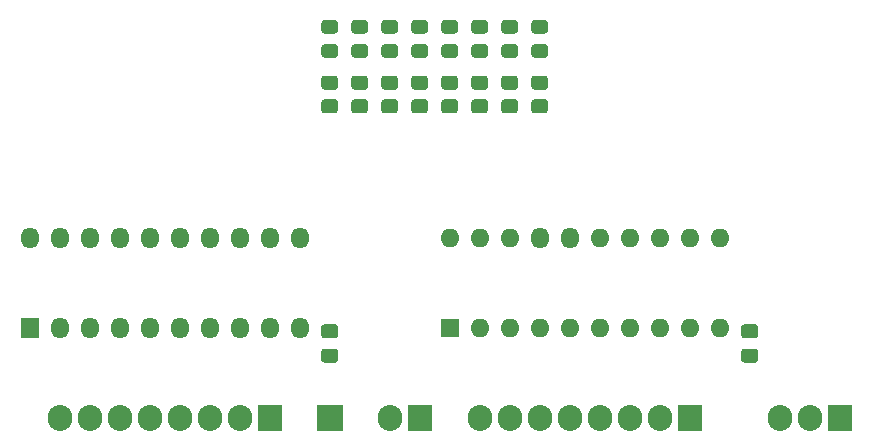
<source format=gbr>
%TF.GenerationSoftware,KiCad,Pcbnew,(5.1.8)-1*%
%TF.CreationDate,2024-03-21T22:44:30+03:00*%
%TF.ProjectId,Reg,5265672e-6b69-4636-9164-5f7063625858,rev?*%
%TF.SameCoordinates,Original*%
%TF.FileFunction,Soldermask,Top*%
%TF.FilePolarity,Negative*%
%FSLAX46Y46*%
G04 Gerber Fmt 4.6, Leading zero omitted, Abs format (unit mm)*
G04 Created by KiCad (PCBNEW (5.1.8)-1) date 2024-03-21 22:44:30*
%MOMM*%
%LPD*%
G01*
G04 APERTURE LIST*
%ADD10R,2.200000X2.200000*%
%ADD11O,1.500000X1.800000*%
%ADD12R,1.500000X1.800000*%
%ADD13O,1.600000X1.600000*%
%ADD14R,1.600000X1.600000*%
%ADD15R,2.100000X2.200000*%
%ADD16O,2.100000X2.200000*%
G04 APERTURE END LIST*
D10*
%TO.C,J5*%
X76200000Y-53340000D03*
%TD*%
D11*
%TO.C,U1*%
X50800000Y-38100000D03*
X73660000Y-45720000D03*
X53340000Y-38100000D03*
X71120000Y-45720000D03*
X55880000Y-38100000D03*
X68580000Y-45720000D03*
X58420000Y-38100000D03*
X66040000Y-45720000D03*
X60960000Y-38100000D03*
X63500000Y-45720000D03*
X63500000Y-38100000D03*
X60960000Y-45720000D03*
X66040000Y-38100000D03*
X58420000Y-45720000D03*
X68580000Y-38100000D03*
X55880000Y-45720000D03*
X71120000Y-38100000D03*
X53340000Y-45720000D03*
X73660000Y-38100000D03*
D12*
X50800000Y-45720000D03*
%TD*%
D13*
%TO.C,U2*%
X86360000Y-38100000D03*
X109220000Y-45720000D03*
X88900000Y-38100000D03*
X106680000Y-45720000D03*
X91440000Y-38100000D03*
X104140000Y-45720000D03*
D11*
X93980000Y-38100000D03*
D13*
X101600000Y-45720000D03*
D11*
X96520000Y-38100000D03*
D13*
X99060000Y-45720000D03*
X99060000Y-38100000D03*
X96520000Y-45720000D03*
X101600000Y-38100000D03*
X93980000Y-45720000D03*
X104140000Y-38100000D03*
X91440000Y-45720000D03*
X106680000Y-38100000D03*
X88900000Y-45720000D03*
X109220000Y-38100000D03*
D14*
X86360000Y-45720000D03*
%TD*%
%TO.C,C2*%
G36*
G01*
X112235000Y-46540000D02*
X111285000Y-46540000D01*
G75*
G02*
X111035000Y-46290000I0J250000D01*
G01*
X111035000Y-45615000D01*
G75*
G02*
X111285000Y-45365000I250000J0D01*
G01*
X112235000Y-45365000D01*
G75*
G02*
X112485000Y-45615000I0J-250000D01*
G01*
X112485000Y-46290000D01*
G75*
G02*
X112235000Y-46540000I-250000J0D01*
G01*
G37*
G36*
G01*
X112235000Y-48615000D02*
X111285000Y-48615000D01*
G75*
G02*
X111035000Y-48365000I0J250000D01*
G01*
X111035000Y-47690000D01*
G75*
G02*
X111285000Y-47440000I250000J0D01*
G01*
X112235000Y-47440000D01*
G75*
G02*
X112485000Y-47690000I0J-250000D01*
G01*
X112485000Y-48365000D01*
G75*
G02*
X112235000Y-48615000I-250000J0D01*
G01*
G37*
%TD*%
%TO.C,R9*%
G36*
G01*
X76650001Y-25508000D02*
X75749999Y-25508000D01*
G75*
G02*
X75500000Y-25258001I0J249999D01*
G01*
X75500000Y-24557999D01*
G75*
G02*
X75749999Y-24308000I249999J0D01*
G01*
X76650001Y-24308000D01*
G75*
G02*
X76900000Y-24557999I0J-249999D01*
G01*
X76900000Y-25258001D01*
G75*
G02*
X76650001Y-25508000I-249999J0D01*
G01*
G37*
G36*
G01*
X76650001Y-27508000D02*
X75749999Y-27508000D01*
G75*
G02*
X75500000Y-27258001I0J249999D01*
G01*
X75500000Y-26557999D01*
G75*
G02*
X75749999Y-26308000I249999J0D01*
G01*
X76650001Y-26308000D01*
G75*
G02*
X76900000Y-26557999I0J-249999D01*
G01*
X76900000Y-27258001D01*
G75*
G02*
X76650001Y-27508000I-249999J0D01*
G01*
G37*
%TD*%
%TO.C,R8*%
G36*
G01*
X79190001Y-25508000D02*
X78289999Y-25508000D01*
G75*
G02*
X78040000Y-25258001I0J249999D01*
G01*
X78040000Y-24557999D01*
G75*
G02*
X78289999Y-24308000I249999J0D01*
G01*
X79190001Y-24308000D01*
G75*
G02*
X79440000Y-24557999I0J-249999D01*
G01*
X79440000Y-25258001D01*
G75*
G02*
X79190001Y-25508000I-249999J0D01*
G01*
G37*
G36*
G01*
X79190001Y-27508000D02*
X78289999Y-27508000D01*
G75*
G02*
X78040000Y-27258001I0J249999D01*
G01*
X78040000Y-26557999D01*
G75*
G02*
X78289999Y-26308000I249999J0D01*
G01*
X79190001Y-26308000D01*
G75*
G02*
X79440000Y-26557999I0J-249999D01*
G01*
X79440000Y-27258001D01*
G75*
G02*
X79190001Y-27508000I-249999J0D01*
G01*
G37*
%TD*%
%TO.C,R7*%
G36*
G01*
X81730001Y-25508000D02*
X80829999Y-25508000D01*
G75*
G02*
X80580000Y-25258001I0J249999D01*
G01*
X80580000Y-24557999D01*
G75*
G02*
X80829999Y-24308000I249999J0D01*
G01*
X81730001Y-24308000D01*
G75*
G02*
X81980000Y-24557999I0J-249999D01*
G01*
X81980000Y-25258001D01*
G75*
G02*
X81730001Y-25508000I-249999J0D01*
G01*
G37*
G36*
G01*
X81730001Y-27508000D02*
X80829999Y-27508000D01*
G75*
G02*
X80580000Y-27258001I0J249999D01*
G01*
X80580000Y-26557999D01*
G75*
G02*
X80829999Y-26308000I249999J0D01*
G01*
X81730001Y-26308000D01*
G75*
G02*
X81980000Y-26557999I0J-249999D01*
G01*
X81980000Y-27258001D01*
G75*
G02*
X81730001Y-27508000I-249999J0D01*
G01*
G37*
%TD*%
%TO.C,R6*%
G36*
G01*
X84270001Y-25508000D02*
X83369999Y-25508000D01*
G75*
G02*
X83120000Y-25258001I0J249999D01*
G01*
X83120000Y-24557999D01*
G75*
G02*
X83369999Y-24308000I249999J0D01*
G01*
X84270001Y-24308000D01*
G75*
G02*
X84520000Y-24557999I0J-249999D01*
G01*
X84520000Y-25258001D01*
G75*
G02*
X84270001Y-25508000I-249999J0D01*
G01*
G37*
G36*
G01*
X84270001Y-27508000D02*
X83369999Y-27508000D01*
G75*
G02*
X83120000Y-27258001I0J249999D01*
G01*
X83120000Y-26557999D01*
G75*
G02*
X83369999Y-26308000I249999J0D01*
G01*
X84270001Y-26308000D01*
G75*
G02*
X84520000Y-26557999I0J-249999D01*
G01*
X84520000Y-27258001D01*
G75*
G02*
X84270001Y-27508000I-249999J0D01*
G01*
G37*
%TD*%
%TO.C,R5*%
G36*
G01*
X86810001Y-25508000D02*
X85909999Y-25508000D01*
G75*
G02*
X85660000Y-25258001I0J249999D01*
G01*
X85660000Y-24557999D01*
G75*
G02*
X85909999Y-24308000I249999J0D01*
G01*
X86810001Y-24308000D01*
G75*
G02*
X87060000Y-24557999I0J-249999D01*
G01*
X87060000Y-25258001D01*
G75*
G02*
X86810001Y-25508000I-249999J0D01*
G01*
G37*
G36*
G01*
X86810001Y-27508000D02*
X85909999Y-27508000D01*
G75*
G02*
X85660000Y-27258001I0J249999D01*
G01*
X85660000Y-26557999D01*
G75*
G02*
X85909999Y-26308000I249999J0D01*
G01*
X86810001Y-26308000D01*
G75*
G02*
X87060000Y-26557999I0J-249999D01*
G01*
X87060000Y-27258001D01*
G75*
G02*
X86810001Y-27508000I-249999J0D01*
G01*
G37*
%TD*%
%TO.C,R4*%
G36*
G01*
X89350001Y-25508000D02*
X88449999Y-25508000D01*
G75*
G02*
X88200000Y-25258001I0J249999D01*
G01*
X88200000Y-24557999D01*
G75*
G02*
X88449999Y-24308000I249999J0D01*
G01*
X89350001Y-24308000D01*
G75*
G02*
X89600000Y-24557999I0J-249999D01*
G01*
X89600000Y-25258001D01*
G75*
G02*
X89350001Y-25508000I-249999J0D01*
G01*
G37*
G36*
G01*
X89350001Y-27508000D02*
X88449999Y-27508000D01*
G75*
G02*
X88200000Y-27258001I0J249999D01*
G01*
X88200000Y-26557999D01*
G75*
G02*
X88449999Y-26308000I249999J0D01*
G01*
X89350001Y-26308000D01*
G75*
G02*
X89600000Y-26557999I0J-249999D01*
G01*
X89600000Y-27258001D01*
G75*
G02*
X89350001Y-27508000I-249999J0D01*
G01*
G37*
%TD*%
%TO.C,R3*%
G36*
G01*
X91890001Y-25508000D02*
X90989999Y-25508000D01*
G75*
G02*
X90740000Y-25258001I0J249999D01*
G01*
X90740000Y-24557999D01*
G75*
G02*
X90989999Y-24308000I249999J0D01*
G01*
X91890001Y-24308000D01*
G75*
G02*
X92140000Y-24557999I0J-249999D01*
G01*
X92140000Y-25258001D01*
G75*
G02*
X91890001Y-25508000I-249999J0D01*
G01*
G37*
G36*
G01*
X91890001Y-27508000D02*
X90989999Y-27508000D01*
G75*
G02*
X90740000Y-27258001I0J249999D01*
G01*
X90740000Y-26557999D01*
G75*
G02*
X90989999Y-26308000I249999J0D01*
G01*
X91890001Y-26308000D01*
G75*
G02*
X92140000Y-26557999I0J-249999D01*
G01*
X92140000Y-27258001D01*
G75*
G02*
X91890001Y-27508000I-249999J0D01*
G01*
G37*
%TD*%
%TO.C,R2*%
G36*
G01*
X94430001Y-25508000D02*
X93529999Y-25508000D01*
G75*
G02*
X93280000Y-25258001I0J249999D01*
G01*
X93280000Y-24557999D01*
G75*
G02*
X93529999Y-24308000I249999J0D01*
G01*
X94430001Y-24308000D01*
G75*
G02*
X94680000Y-24557999I0J-249999D01*
G01*
X94680000Y-25258001D01*
G75*
G02*
X94430001Y-25508000I-249999J0D01*
G01*
G37*
G36*
G01*
X94430001Y-27508000D02*
X93529999Y-27508000D01*
G75*
G02*
X93280000Y-27258001I0J249999D01*
G01*
X93280000Y-26557999D01*
G75*
G02*
X93529999Y-26308000I249999J0D01*
G01*
X94430001Y-26308000D01*
G75*
G02*
X94680000Y-26557999I0J-249999D01*
G01*
X94680000Y-27258001D01*
G75*
G02*
X94430001Y-27508000I-249999J0D01*
G01*
G37*
%TD*%
%TO.C,D8*%
G36*
G01*
X75749999Y-21650000D02*
X76650001Y-21650000D01*
G75*
G02*
X76900000Y-21899999I0J-249999D01*
G01*
X76900000Y-22550001D01*
G75*
G02*
X76650001Y-22800000I-249999J0D01*
G01*
X75749999Y-22800000D01*
G75*
G02*
X75500000Y-22550001I0J249999D01*
G01*
X75500000Y-21899999D01*
G75*
G02*
X75749999Y-21650000I249999J0D01*
G01*
G37*
G36*
G01*
X75749999Y-19600000D02*
X76650001Y-19600000D01*
G75*
G02*
X76900000Y-19849999I0J-249999D01*
G01*
X76900000Y-20500001D01*
G75*
G02*
X76650001Y-20750000I-249999J0D01*
G01*
X75749999Y-20750000D01*
G75*
G02*
X75500000Y-20500001I0J249999D01*
G01*
X75500000Y-19849999D01*
G75*
G02*
X75749999Y-19600000I249999J0D01*
G01*
G37*
%TD*%
%TO.C,D7*%
G36*
G01*
X78289999Y-21650000D02*
X79190001Y-21650000D01*
G75*
G02*
X79440000Y-21899999I0J-249999D01*
G01*
X79440000Y-22550001D01*
G75*
G02*
X79190001Y-22800000I-249999J0D01*
G01*
X78289999Y-22800000D01*
G75*
G02*
X78040000Y-22550001I0J249999D01*
G01*
X78040000Y-21899999D01*
G75*
G02*
X78289999Y-21650000I249999J0D01*
G01*
G37*
G36*
G01*
X78289999Y-19600000D02*
X79190001Y-19600000D01*
G75*
G02*
X79440000Y-19849999I0J-249999D01*
G01*
X79440000Y-20500001D01*
G75*
G02*
X79190001Y-20750000I-249999J0D01*
G01*
X78289999Y-20750000D01*
G75*
G02*
X78040000Y-20500001I0J249999D01*
G01*
X78040000Y-19849999D01*
G75*
G02*
X78289999Y-19600000I249999J0D01*
G01*
G37*
%TD*%
%TO.C,D6*%
G36*
G01*
X80829999Y-21650000D02*
X81730001Y-21650000D01*
G75*
G02*
X81980000Y-21899999I0J-249999D01*
G01*
X81980000Y-22550001D01*
G75*
G02*
X81730001Y-22800000I-249999J0D01*
G01*
X80829999Y-22800000D01*
G75*
G02*
X80580000Y-22550001I0J249999D01*
G01*
X80580000Y-21899999D01*
G75*
G02*
X80829999Y-21650000I249999J0D01*
G01*
G37*
G36*
G01*
X80829999Y-19600000D02*
X81730001Y-19600000D01*
G75*
G02*
X81980000Y-19849999I0J-249999D01*
G01*
X81980000Y-20500001D01*
G75*
G02*
X81730001Y-20750000I-249999J0D01*
G01*
X80829999Y-20750000D01*
G75*
G02*
X80580000Y-20500001I0J249999D01*
G01*
X80580000Y-19849999D01*
G75*
G02*
X80829999Y-19600000I249999J0D01*
G01*
G37*
%TD*%
%TO.C,D5*%
G36*
G01*
X83369999Y-21650000D02*
X84270001Y-21650000D01*
G75*
G02*
X84520000Y-21899999I0J-249999D01*
G01*
X84520000Y-22550001D01*
G75*
G02*
X84270001Y-22800000I-249999J0D01*
G01*
X83369999Y-22800000D01*
G75*
G02*
X83120000Y-22550001I0J249999D01*
G01*
X83120000Y-21899999D01*
G75*
G02*
X83369999Y-21650000I249999J0D01*
G01*
G37*
G36*
G01*
X83369999Y-19600000D02*
X84270001Y-19600000D01*
G75*
G02*
X84520000Y-19849999I0J-249999D01*
G01*
X84520000Y-20500001D01*
G75*
G02*
X84270001Y-20750000I-249999J0D01*
G01*
X83369999Y-20750000D01*
G75*
G02*
X83120000Y-20500001I0J249999D01*
G01*
X83120000Y-19849999D01*
G75*
G02*
X83369999Y-19600000I249999J0D01*
G01*
G37*
%TD*%
%TO.C,D4*%
G36*
G01*
X85909999Y-21650000D02*
X86810001Y-21650000D01*
G75*
G02*
X87060000Y-21899999I0J-249999D01*
G01*
X87060000Y-22550001D01*
G75*
G02*
X86810001Y-22800000I-249999J0D01*
G01*
X85909999Y-22800000D01*
G75*
G02*
X85660000Y-22550001I0J249999D01*
G01*
X85660000Y-21899999D01*
G75*
G02*
X85909999Y-21650000I249999J0D01*
G01*
G37*
G36*
G01*
X85909999Y-19600000D02*
X86810001Y-19600000D01*
G75*
G02*
X87060000Y-19849999I0J-249999D01*
G01*
X87060000Y-20500001D01*
G75*
G02*
X86810001Y-20750000I-249999J0D01*
G01*
X85909999Y-20750000D01*
G75*
G02*
X85660000Y-20500001I0J249999D01*
G01*
X85660000Y-19849999D01*
G75*
G02*
X85909999Y-19600000I249999J0D01*
G01*
G37*
%TD*%
%TO.C,D3*%
G36*
G01*
X88449999Y-21650000D02*
X89350001Y-21650000D01*
G75*
G02*
X89600000Y-21899999I0J-249999D01*
G01*
X89600000Y-22550001D01*
G75*
G02*
X89350001Y-22800000I-249999J0D01*
G01*
X88449999Y-22800000D01*
G75*
G02*
X88200000Y-22550001I0J249999D01*
G01*
X88200000Y-21899999D01*
G75*
G02*
X88449999Y-21650000I249999J0D01*
G01*
G37*
G36*
G01*
X88449999Y-19600000D02*
X89350001Y-19600000D01*
G75*
G02*
X89600000Y-19849999I0J-249999D01*
G01*
X89600000Y-20500001D01*
G75*
G02*
X89350001Y-20750000I-249999J0D01*
G01*
X88449999Y-20750000D01*
G75*
G02*
X88200000Y-20500001I0J249999D01*
G01*
X88200000Y-19849999D01*
G75*
G02*
X88449999Y-19600000I249999J0D01*
G01*
G37*
%TD*%
%TO.C,D2*%
G36*
G01*
X90989999Y-21650000D02*
X91890001Y-21650000D01*
G75*
G02*
X92140000Y-21899999I0J-249999D01*
G01*
X92140000Y-22550001D01*
G75*
G02*
X91890001Y-22800000I-249999J0D01*
G01*
X90989999Y-22800000D01*
G75*
G02*
X90740000Y-22550001I0J249999D01*
G01*
X90740000Y-21899999D01*
G75*
G02*
X90989999Y-21650000I249999J0D01*
G01*
G37*
G36*
G01*
X90989999Y-19600000D02*
X91890001Y-19600000D01*
G75*
G02*
X92140000Y-19849999I0J-249999D01*
G01*
X92140000Y-20500001D01*
G75*
G02*
X91890001Y-20750000I-249999J0D01*
G01*
X90989999Y-20750000D01*
G75*
G02*
X90740000Y-20500001I0J249999D01*
G01*
X90740000Y-19849999D01*
G75*
G02*
X90989999Y-19600000I249999J0D01*
G01*
G37*
%TD*%
%TO.C,D1*%
G36*
G01*
X93529999Y-21650000D02*
X94430001Y-21650000D01*
G75*
G02*
X94680000Y-21899999I0J-249999D01*
G01*
X94680000Y-22550001D01*
G75*
G02*
X94430001Y-22800000I-249999J0D01*
G01*
X93529999Y-22800000D01*
G75*
G02*
X93280000Y-22550001I0J249999D01*
G01*
X93280000Y-21899999D01*
G75*
G02*
X93529999Y-21650000I249999J0D01*
G01*
G37*
G36*
G01*
X93529999Y-19600000D02*
X94430001Y-19600000D01*
G75*
G02*
X94680000Y-19849999I0J-249999D01*
G01*
X94680000Y-20500001D01*
G75*
G02*
X94430001Y-20750000I-249999J0D01*
G01*
X93529999Y-20750000D01*
G75*
G02*
X93280000Y-20500001I0J249999D01*
G01*
X93280000Y-19849999D01*
G75*
G02*
X93529999Y-19600000I249999J0D01*
G01*
G37*
%TD*%
%TO.C,C1*%
G36*
G01*
X76675000Y-48615000D02*
X75725000Y-48615000D01*
G75*
G02*
X75475000Y-48365000I0J250000D01*
G01*
X75475000Y-47690000D01*
G75*
G02*
X75725000Y-47440000I250000J0D01*
G01*
X76675000Y-47440000D01*
G75*
G02*
X76925000Y-47690000I0J-250000D01*
G01*
X76925000Y-48365000D01*
G75*
G02*
X76675000Y-48615000I-250000J0D01*
G01*
G37*
G36*
G01*
X76675000Y-46540000D02*
X75725000Y-46540000D01*
G75*
G02*
X75475000Y-46290000I0J250000D01*
G01*
X75475000Y-45615000D01*
G75*
G02*
X75725000Y-45365000I250000J0D01*
G01*
X76675000Y-45365000D01*
G75*
G02*
X76925000Y-45615000I0J-250000D01*
G01*
X76925000Y-46290000D01*
G75*
G02*
X76675000Y-46540000I-250000J0D01*
G01*
G37*
%TD*%
D15*
%TO.C,J1*%
X71120000Y-53340000D03*
D16*
X68580000Y-53340000D03*
X66040000Y-53340000D03*
X63500000Y-53340000D03*
X60960000Y-53340000D03*
X58420000Y-53340000D03*
X55880000Y-53340000D03*
X53340000Y-53340000D03*
%TD*%
%TO.C,J2*%
X88900000Y-53340000D03*
X91440000Y-53340000D03*
X93980000Y-53340000D03*
X96520000Y-53340000D03*
X99060000Y-53340000D03*
X101600000Y-53340000D03*
X104140000Y-53340000D03*
D15*
X106680000Y-53340000D03*
%TD*%
%TO.C,J3*%
X83820000Y-53340000D03*
D16*
X81280000Y-53340000D03*
%TD*%
D15*
%TO.C,J4*%
X119380000Y-53340000D03*
D16*
X116840000Y-53340000D03*
X114300000Y-53340000D03*
%TD*%
M02*

</source>
